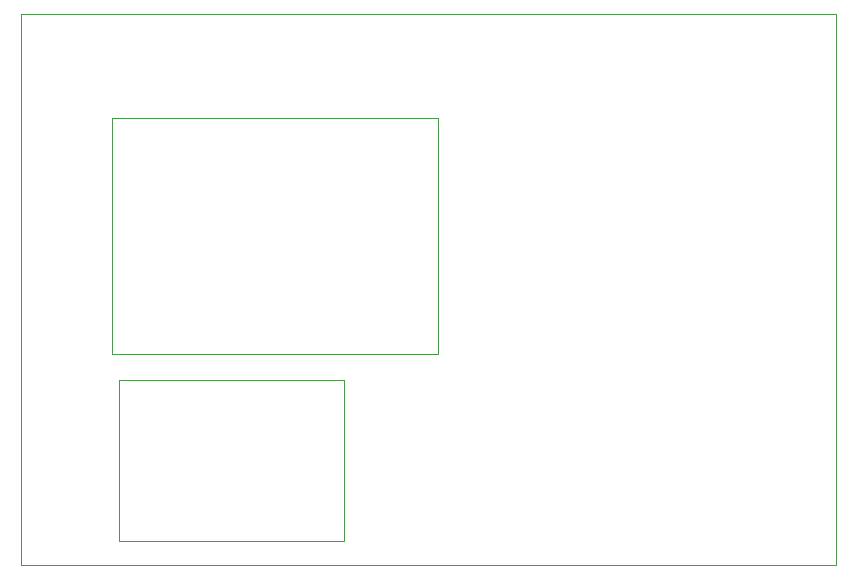
<source format=gbr>
%TF.GenerationSoftware,KiCad,Pcbnew,8.99.0-unknown-e538b98286~178~ubuntu22.04.1*%
%TF.CreationDate,2024-04-14T11:06:52+05:30*%
%TF.ProjectId,HF-PA-v10,48462d50-412d-4763-9130-2e6b69636164,rev?*%
%TF.SameCoordinates,Original*%
%TF.FileFunction,Profile,NP*%
%FSLAX46Y46*%
G04 Gerber Fmt 4.6, Leading zero omitted, Abs format (unit mm)*
G04 Created by KiCad (PCBNEW 8.99.0-unknown-e538b98286~178~ubuntu22.04.1) date 2024-04-14 11:06:52*
%MOMM*%
%LPD*%
G01*
G04 APERTURE LIST*
%TA.AperFunction,Profile*%
%ADD10C,0.100000*%
%TD*%
G04 APERTURE END LIST*
D10*
X138280000Y-62675000D02*
X207250000Y-62675000D01*
X207250000Y-109315000D01*
X138280000Y-109315000D01*
X138280000Y-62675000D01*
X146560000Y-93680000D02*
X165660000Y-93680000D01*
X165660000Y-107320000D01*
X146560000Y-107320000D01*
X146560000Y-93680000D01*
X146000000Y-71480000D02*
X173550000Y-71480000D01*
X173550000Y-91500000D01*
X146000000Y-91500000D01*
X146000000Y-71480000D01*
M02*

</source>
